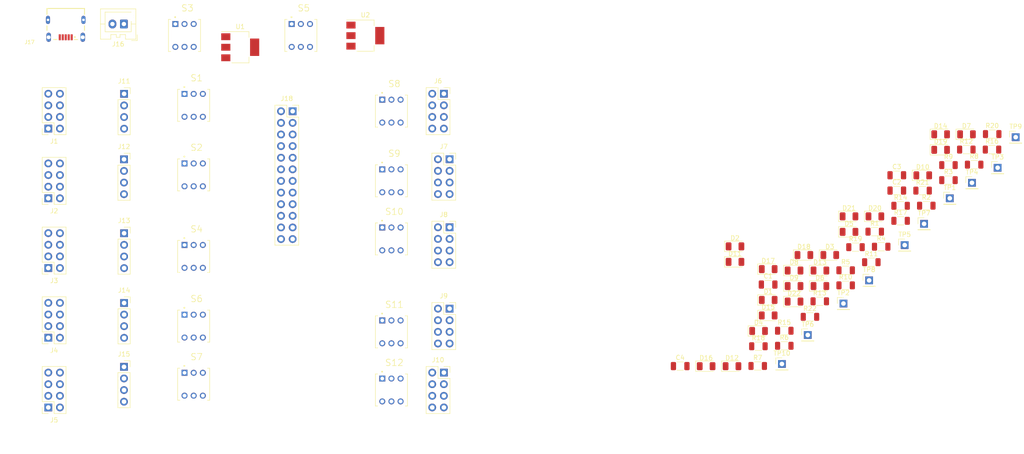
<source format=kicad_pcb>
(kicad_pcb (version 20211014) (generator pcbnew)
  (layers (0 "F.Cu" signal) (31 "B.Cu" signal) (34 "B.Paste" user) (35 "F.Paste" user) (36 "B.SilkS" user "B.Silkscreen") (37 "F.SilkS" user "F.Silkscreen") (38 "B.Mask" user) (39 "F.Mask" user) (44 "Edge.Cuts" user))
  (net 0 "")
  (net 1 "5V")
  (net 2 "GND")
  (net 3 "VCC1")
  (net 4 "Net-(D1-Pad1)")
  (net 5 "Net-(D2-Pad1)")
  (net 6 "Net-(D3-Pad1)")
  (net 7 "Net-(D4-Pad2)")
  (net 8 "Net-(D5-Pad2)")
  (net 9 "Net-(D6-Pad1)")
  (net 10 "Net-(D7-Pad1)")
  (net 11 "Net-(D8-Pad1)")
  (net 12 "Net-(D9-Pad1)")
  (net 13 "Net-(D10-Pad1)")
  (net 14 "Net-(D11-Pad2)")
  (net 15 "Net-(D12-Pad2)")
  (net 16 "Net-(D13-Pad2)")
  (net 17 "Net-(D14-Pad2)")
  (net 18 "Net-(D15-Pad2)")
  (net 19 "Net-(D16-Pad2)")
  (net 20 "Net-(D17-Pad1)")
  (net 21 "Net-(D18-Pad1)")
  (net 22 "Net-(D19-Pad2)")
  (net 23 "Net-(D20-Pad2)")
  (net 24 "Net-(D21-Pad2)")
  (net 25 "Net-(D22-Pad2)")
  (net 26 "TX1")
  (net 27 "SDA1")
  (net 28 "SCL1")
  (net 29 "RX1")
  (net 30 "TX2")
  (net 31 "SDA2")
  (net 32 "SCL2")
  (net 33 "RX2")
  (net 34 "TX3")
  (net 35 "SDA3")
  (net 36 "SCL3")
  (net 37 "RX3")
  (net 38 "TX4")
  (net 39 "SDA4")
  (net 40 "SCL4")
  (net 41 "RX4")
  (net 42 "TX5")
  (net 43 "SDA5")
  (net 44 "SCL5")
  (net 45 "RX5")
  (net 46 "TX6")
  (net 47 "RX6")
  (net 48 "TX7")
  (net 49 "RX7")
  (net 50 "TX8")
  (net 51 "RX8")
  (net 52 "TX9")
  (net 53 "RX9")
  (net 54 "TX10")
  (net 55 "RX10")
  (net 71 "Net-(D1-Pad2)")
  (net 74 "Net-(D2-Pad2)")
  (net 75 "Net-(D3-Pad2)")
  (net 76 "Net-(D6-Pad2)")
  (net 77 "Net-(D7-Pad2)")
  (net 78 "Net-(D8-Pad2)")
  (net 79 "Net-(D9-Pad2)")
  (net 80 "Net-(D10-Pad2)")
  (net 81 "Net-(D17-Pad2)")
  (net 82 "Net-(D18-Pad2)")
  (net 91 "Net-(R11-Pad1)")
  (net 93 "Net-(R12-Pad2)")
  (net 95 "Net-(J7-Pad3)")
  (net 97 "Net-(R14-Pad2)")
  (net 99 "Net-(R15-Pad1)")
  (net 101 "Net-(J8-Pad5)")
  (net 103 "Net-(R19-Pad1)")
  (net 105 "Net-(R20-Pad2)")
  (net 108 "Net-(R22-Pad2)")
  (net 110 "Net-(R21-Pad1)")
  (footprint "LED_SMD:LED_1206_3216Metric" (layer "F.Cu") (at 234.85 88.6)
    (fp_text reference "D18" (at 0 -1.82) (layer "F.SilkS"))
    (fp_text value "ESP_ON")
    (pad "1" smd roundrect (at -1.4 0) (size 1.25 1.75) (layers "F.Cu" "F.Paste" "F.Mask") (roundrect_rratio 0.2) (net 21 "Net-(D18-Pad1)"))
    (pad "2" smd roundrect (at 1.4 0) (size 1.25 1.75) (layers "F.Cu" "F.Paste" "F.Mask") (roundrect_rratio 0.2) (net 82 "Net-(D18-Pad2)"))
  )
  (footprint "Resistor_SMD:R_1206_3216Metric" (layer "F.Cu") (at 266.41 68.94)
    (fp_text reference "R9" (at 0 -1.82) (layer "F.SilkS"))
    (fp_text value "1k")
    (pad "1" smd roundrect (at -1.4625 0) (size 1.125 1.75) (layers "F.Cu" "F.Paste" "F.Mask") (roundrect_rratio 0.222222) (net 2 "GND"))
    (pad "2" smd roundrect (at 1.4625 0) (size 1.125 1.75) (layers "F.Cu" "F.Paste" "F.Mask") (roundrect_rratio 0.222222) (net 12 "Net-(D9-Pad1)"))
  )
  (footprint "Connector_PinSocket_2.54mm:PinSocket_2x04_P2.54mm_Vertical" (layer "F.Cu") (at 157.48 67.66)
    (fp_text reference "J7" (at -1.27 -2.77) (layer "F.SilkS"))
    (fp_text value "ESP-01")
    (pad "1" thru_hole rect (at 0 0) (size 1.7 1.7) (drill 1) (layers *.Cu *.Mask) (net 2 "GND"))
    (pad "2" thru_hole oval (at -2.54 0) (size 1.7 1.7) (drill 1) (layers *.Cu *.Mask) (net 48 "TX7"))
    (pad "3" thru_hole oval (at 0 2.54) (size 1.7 1.7) (drill 1) (layers *.Cu *.Mask) (net 95 "Net-(J7-Pad3)"))
    (pad "4" thru_hole oval (at -2.54 2.54) (size 1.7 1.7) (drill 1) (layers *.Cu *.Mask))
    (pad "5" thru_hole oval (at 0 5.08) (size 1.7 1.7) (drill 1) (layers *.Cu *.Mask) (net 97 "Net-(R14-Pad2)"))
    (pad "6" thru_hole oval (at -2.54 5.08) (size 1.7 1.7) (drill 1) (layers *.Cu *.Mask))
    (pad "7" thru_hole oval (at 0 7.62) (size 1.7 1.7) (drill 1) (layers *.Cu *.Mask) (net 49 "RX7"))
    (pad "8" thru_hole oval (at -2.54 7.62) (size 1.7 1.7) (drill 1) (layers *.Cu *.Mask) (net 79 "Net-(D9-Pad2)"))
  )
  (footprint "Connector_PinHeader_2.54mm:PinHeader_1x01_P2.54mm_Vertical" (layer "F.Cu") (at 235.69 106.08)
    (fp_text reference "TP6" (at 0 -2.33) (layer "F.SilkS"))
    (fp_text value " ")
    (pad "1" thru_hole rect (at 0 0) (size 1.7 1.7) (drill 1) (layers *.Cu *.Mask) (net 19 "Net-(D16-Pad2)"))
  )
  (footprint "PJ:SW_TL2230EEF100" (layer "F.Cu") (at 144.78 72.38)
    (fp_text reference "S9" (at 0.635 -5.969) (layer "F.SilkS") (effects (font (size 1.4 1.4))))
    (fp_text value " ")
    (pad "1" thru_hole rect (at -2 -2.5) (size 1.308 1.308) (drill 0.8) (layers *.Cu *.Mask))
    (pad "2" thru_hole circle (at 0 -2.5) (size 1.308 1.308) (drill 0.8) (layers *.Cu *.Mask) (net 3 "VCC1"))
    (pad "3" thru_hole circle (at 2 -2.5) (size 1.308 1.308) (drill 0.8) (layers *.Cu *.Mask) (net 79 "Net-(D9-Pad2)"))
    (pad "4" thru_hole circle (at -2 2.5) (size 1.308 1.308) (drill 0.8) (layers *.Cu *.Mask))
    (pad "5" thru_hole circle (at 0 2.5) (size 1.308 1.308) (drill 0.8) (layers *.Cu *.Mask))
    (pad "6" thru_hole circle (at 2 2.5) (size 1.308 1.308) (drill 0.8) (layers *.Cu *.Mask))
  )
  (footprint "LED_SMD:LED_1206_3216Metric" (layer "F.Cu") (at 270.35 62.21)
    (fp_text reference "D7" (at 0 -1.82) (layer "F.SilkS"))
    (fp_text value "ESP_ON")
    (pad "1" smd roundrect (at -1.4 0) (size 1.25 1.75) (layers "F.Cu" "F.Paste" "F.Mask") (roundrect_rratio 0.2) (net 10 "Net-(D7-Pad1)"))
    (pad "2" smd roundrect (at 1.4 0) (size 1.25 1.75) (layers "F.Cu" "F.Paste" "F.Mask") (roundrect_rratio 0.2) (net 77 "Net-(D7-Pad2)"))
  )
  (footprint "LED_SMD:LED_1206_3216Metric" (layer "F.Cu") (at 232.7 95.38)
    (fp_text reference "D9" (at 0 -1.82) (layer "F.SilkS"))
    (fp_text value "ESP_ON")
    (pad "1" smd roundrect (at -1.4 0) (size 1.25 1.75) (layers "F.Cu" "F.Paste" "F.Mask") (roundrect_rratio 0.2) (net 12 "Net-(D9-Pad1)"))
    (pad "2" smd roundrect (at 1.4 0) (size 1.25 1.75) (layers "F.Cu" "F.Paste" "F.Mask") (roundrect_rratio 0.2) (net 79 "Net-(D9-Pad2)"))
  )
  (footprint "Connector_PinHeader_2.54mm:PinHeader_1x01_P2.54mm_Vertical" (layer "F.Cu") (at 277.15 69.52)
    (fp_text reference "TP3" (at 0 -2.33) (layer "F.SilkS"))
    (fp_text value " ")
    (pad "1" thru_hole rect (at 0 0) (size 1.7 1.7) (drill 1) (layers *.Cu *.Mask) (net 16 "Net-(D13-Pad2)"))
  )
  (footprint "Resistor_SMD:R_1206_3216Metric" (layer "F.Cu") (at 275.96 62.16)
    (fp_text reference "R20" (at 0 -1.82) (layer "F.SilkS"))
    (fp_text value "1k")
    (pad "1" smd roundrect (at -1.4625 0) (size 1.125 1.75) (layers "F.Cu" "F.Paste" "F.Mask") (roundrect_rratio 0.222222) (net 23 "Net-(D20-Pad2)"))
    (pad "2" smd roundrect (at 1.4625 0) (size 1.125 1.75) (layers "F.Cu" "F.Paste" "F.Mask") (roundrect_rratio 0.222222) (net 105 "Net-(R20-Pad2)"))
  )
  (footprint "Connector_PinSocket_2.54mm:PinSocket_1x04_P2.54mm_Vertical" (layer "F.Cu") (at 86.41 53.36)
    (fp_text reference "J11" (at 0 -2.77) (layer "F.SilkS"))
    (fp_text value "SHT21")
    (pad "1" thru_hole rect (at 0 0) (size 1.7 1.7) (drill 1) (layers *.Cu *.Mask) (net 71 "Net-(D1-Pad2)"))
    (pad "2" thru_hole oval (at 0 2.54) (size 1.7 1.7) (drill 1) (layers *.Cu *.Mask) (net 2 "GND"))
    (pad "3" thru_hole oval (at 0 5.08) (size 1.7 1.7) (drill 1) (layers *.Cu *.Mask) (net 28 "SCL1"))
    (pad "4" thru_hole oval (at 0 7.62) (size 1.7 1.7) (drill 1) (layers *.Cu *.Mask) (net 27 "SDA1"))
  )
  (footprint "Connector_PinSocket_2.54mm:PinSocket_1x04_P2.54mm_Vertical" (layer "F.Cu") (at 86.385 67.68)
    (fp_text reference "J12" (at 0 -2.77) (layer "F.SilkS"))
    (fp_text value "SHT21")
    (pad "1" thru_hole rect (at 0 0) (size 1.7 1.7) (drill 1) (layers *.Cu *.Mask) (net 74 "Net-(D2-Pad2)"))
    (pad "2" thru_hole oval (at 0 2.54) (size 1.7 1.7) (drill 1) (layers *.Cu *.Mask) (net 2 "GND"))
    (pad "3" thru_hole oval (at 0 5.08) (size 1.7 1.7) (drill 1) (layers *.Cu *.Mask) (net 32 "SCL2"))
    (pad "4" thru_hole oval (at 0 7.62) (size 1.7 1.7) (drill 1) (layers *.Cu *.Mask) (net 31 "SDA2"))
  )
  (footprint "LED_SMD:LED_1206_3216Metric" (layer "F.Cu") (at 232.7 91.99)
    (fp_text reference "D8" (at 0 -1.82) (layer "F.SilkS"))
    (fp_text value "ESP_ON")
    (pad "1" smd roundrect (at -1.4 0) (size 1.25 1.75) (layers "F.Cu" "F.Paste" "F.Mask") (roundrect_rratio 0.2) (net 11 "Net-(D8-Pad1)"))
    (pad "2" smd roundrect (at 1.4 0) (size 1.25 1.75) (layers "F.Cu" "F.Paste" "F.Mask") (roundrect_rratio 0.2) (net 78 "Net-(D8-Pad2)"))
  )
  (footprint "Resistor_SMD:R_1206_3216Metric" (layer "F.Cu") (at 238.31 98.72)
    (fp_text reference "R13" (at 0 -1.82) (layer "F.SilkS"))
    (fp_text value "1k")
    (pad "1" smd roundrect (at -1.4625 0) (size 1.125 1.75) (layers "F.Cu" "F.Paste" "F.Mask") (roundrect_rratio 0.222222) (net 95 "Net-(J7-Pad3)"))
    (pad "2" smd roundrect (at 1.4625 0) (size 1.125 1.75) (layers "F.Cu" "F.Paste" "F.Mask") (roundrect_rratio 0.222222) (net 16 "Net-(D13-Pad2)"))
  )
  (footprint "Connector_PinSocket_2.54mm:PinSocket_2x12_P2.54mm_Vertical" (layer "F.Cu") (at 123.21 57.17)
    (fp_text reference "J18" (at -1.27 -2.77) (layer "F.SilkS"))
    (fp_text value "UART")
    (pad "1" thru_hole rect (at 0 0) (size 1.7 1.7) (drill 1) (layers *.Cu *.Mask) (net 2 "GND"))
    (pad "2" thru_hole oval (at -2.54 0) (size 1.7 1.7) (drill 1) (layers *.Cu *.Mask) (net 2 "GND"))
    (pad "3" thru_hole oval (at 0 2.54) (size 1.7 1.7) (drill 1) (layers *.Cu *.Mask) (net 29 "RX1"))
    (pad "4" thru_hole oval (at -2.54 2.54) (size 1.7 1.7) (drill 1) (layers *.Cu *.Mask) (net 26 "TX1"))
    (pad "5" thru_hole oval (at 0 5.08) (size 1.7 1.7) (drill 1) (layers *.Cu *.Mask) (net 33 "RX2"))
    (pad "6" thru_hole oval (at -2.54 5.08) (size 1.7 1.7) (drill 1) (layers *.Cu *.Mask) (net 30 "TX2"))
    (pad "7" thru_hole oval (at 0 7.62) (size 1.7 1.7) (drill 1) (layers *.Cu *.Mask) (net 37 "RX3"))
    (pad "8" thru_hole oval (at -2.54 7.62) (size 1.7 1.7) (drill 1) (layers *.Cu *.Mask) (net 34 "TX3"))
    (pad "9" thru_hole oval (at 0 10.16) (size 1.7 1.7) (drill 1) (layers *.Cu *.Mask) (net 41 "RX4"))
    (pad "10" thru_hole oval (at -2.54 10.16) (size 1.7 1.7) (drill 1) (layers *.Cu *.Mask) (net 38 "TX4"))
    (pad "11" thru_hole oval (at 0 12.7) (size 1.7 1.7) (drill 1) (layers *.Cu *.Mask) (net 45 "RX5"))
    (pad "12" thru_hole oval (at -2.54 12.7) (size 1.7 1.7) (drill 1) (layers *.Cu *.Mask) (net 42 "TX5"))
    (pad "13" thru_hole oval (at 0 15.24) (size 1.7 1.7) (drill 1) (layers *.Cu *.Mask) (net 47 "RX6"))
    (pad "14" thru_hole oval (at -2.54 15.24) (size 1.7 1.7) (drill 1) (layers *.Cu *.Mask) (net 46 "TX6"))
    (pad "15" thru_hole oval (at 0 17.78) (size 1.7 1.7) (drill 1) (layers *.Cu *.Mask) (net 49 "RX7"))
    (pad "16" thru_hole oval (at -2.54 17.78) (size 1.7 1.7) (drill 1) (layers *.Cu *.Mask) (net 48 "TX7"))
    (pad "17" thru_hole oval (at 0 20.32) (size 1.7 1.7) (drill 1) (layers *.Cu *.Mask) (net 51 "RX8"))
    (pad "18" thru_hole oval (at -2.54 20.32) (size 1.7 1.7) (drill 1) (layers *.Cu *.Mask) (net 50 "TX8"))
    (pad "19" thru_hole oval (at 0 22.86) (size 1.7 1.7) (drill 1) (layers *.Cu *.Mask) (net 53 "RX9"))
    (pad "20" thru_hole oval (at -2.54 22.86) (size 1.7 1.7) (drill 1) (layers *.Cu *.Mask) (net 52 "TX9"))
    (pad "21" thru_hole oval (at 0 25.4) (size 1.7 1.7) (drill 1) (layers *.Cu *.Mask) (net 55 "RX10"))
    (pad "22" thru_hole oval (at -2.54 25.4) (size 1.7 1.7) (drill 1) (layers *.Cu *.Mask) (net 54 "TX10"))
    (pad "23" thru_hole oval (at 0 27.94) (size 1.7 1.7) (drill 1) (layers *.Cu *.Mask) (net 2 "GND"))
    (pad "24" thru_hole oval (at -2.54 27.94) (size 1.7 1.7) (drill 1) (layers *.Cu *.Mask) (net 2 "GND"))
  )
  (footprint "Resistor_SMD:R_1206_3216Metric" (layer "F.Cu") (at 272.02 68.84)
    (fp_text reference "R8" (at 0 -1.82) (layer "F.SilkS"))
    (fp_text value "1k")
    (pad "1" smd roundrect (at -1.4625 0) (size 1.125 1.75) (layers "F.Cu" "F.Paste" "F.Mask") (roundrect_rratio 0.222222) (net 2 "GND"))
    (pad "2" smd roundrect (at 1.4625 0) (size 1.125 1.75) (layers "F.Cu" "F.Paste" "F.Mask") (roundrect_rratio 0.222222) (net 11 "Net-(D8-Pad1)"))
  )
  (footprint "PJ:SW_TL2230EEF100" (layer "F.Cu") (at 101.6 88.9)
    (fp_text reference "S4" (at 0.635 -5.969) (layer "F.SilkS") (effects (font (size 1.4 1.4))))
    (fp_text value " ")
    (pad "1" thru_hole rect (at -2 -2.5) (size 1.308 1.308) (drill 0.8) (layers *.Cu *.Mask))
    (pad "2" thru_hole circle (at 0 -2.5) (size 1.308 1.308) (drill 0.8) (layers *.Cu *.Mask) (net 3 "VCC1"))
    (pad "3" thru_hole circle (at 2 -2.5) (size 1.308 1.308) (drill 0.8) (layers *.Cu *.Mask) (net 75 "Net-(D3-Pad2)"))
    (pad "4" thru_hole circle (at -2 2.5) (size 1.308 1.308) (drill 0.8) (layers *.Cu *.Mask))
    (pad "5" thru_hole circle (at 0 2.5) (size 1.308 1.308) (drill 0.8) (layers *.Cu *.Mask))
    (pad "6" thru_hole circle (at 2 2.5) (size 1.308 1.308) (drill 0.8) (layers *.Cu *.Mask))
  )
  (footprint "Resistor_SMD:R_1206_3216Metric" (layer "F.Cu") (at 230.56 105.15)
    (fp_text reference "R15" (at 0 -1.82) (layer "F.SilkS"))
    (fp_text value "1k")
    (pad "1" smd roundrect (at -1.4625 0) (size 1.125 1.75) (layers "F.Cu" "F.Paste" "F.Mask") (roundrect_rratio 0.222222) (net 99 "Net-(R15-Pad1)"))
    (pad "2" smd roundrect (at 1.4625 0) (size 1.125 1.75) (layers "F.Cu" "F.Paste" "F.Mask") (roundrect_rratio 0.222222) (net 18 "Net-(D15-Pad2)"))
  )
  (footprint "Connector_PinSocket_2.54mm:PinSocket_1x04_P2.54mm_Vertical" (layer "F.Cu") (at 86.41 83.84)
    (fp_text reference "J13" (at 0 -2.77) (layer "F.SilkS"))
    (fp_text value "SHT21")
    (pad "1" thru_hole rect (at 0 0) (size 1.7 1.7) (drill 1) (layers *.Cu *.Mask) (net 75 "Net-(D3-Pad2)"))
    (pad "2" thru_hole oval (at 0 2.54) (size 1.7 1.7) (drill 1) (layers *.Cu *.Mask) (net 2 "GND"))
    (pad "3" thru_hole oval (at 0 5.08) (size 1.7 1.7) (drill 1) (layers *.Cu *.Mask) (net 36 "SCL3"))
    (pad "4" thru_hole oval (at 0 7.62) (size 1.7 1.7) (drill 1) (layers *.Cu *.Mask) (net 35 "SDA3"))
  )
  (footprint "Connector_PinHeader_2.54mm:PinHeader_1x01_P2.54mm_Vertical" (layer "F.Cu") (at 266.7 76.2)
    (fp_text reference "TP1" (at 0 -2.33) (layer "F.SilkS"))
    (fp_text value " ")
    (pad "1" thru_hole rect (at 0 0) (size 1.7 1.7) (drill 1) (layers *.Cu *.Mask) (net 14 "Net-(D11-Pad2)"))
  )
  (footprint "LED_SMD:LED_1206_3216Metric" (layer "F.Cu") (at 260.8 71.18)
    (fp_text reference "D10" (at 0 -1.82) (layer "F.SilkS"))
    (fp_text value "ESP_ON")
    (pad "1" smd roundrect (at -1.4 0) (size 1.25 1.75) (layers "F.Cu" "F.Paste" "F.Mask") (roundrect_rratio 0.2) (net 13 "Net-(D10-Pad1)"))
    (pad "2" smd roundrect (at 1.4 0) (size 1.25 1.75) (layers "F.Cu" "F.Paste" "F.Mask") (roundrect_rratio 0.2) (net 80 "Net-(D10-Pad2)"))
  )
  (footprint "Resistor_SMD:R_1206_3216Metric" (layer "F.Cu") (at 261.57 77.81)
    (fp_text reference "R2" (at 0 -1.82) (layer "F.SilkS"))
    (fp_text value "1k")
    (pad "1" smd roundrect (at -1.4625 0) (size 1.125 1.75) (layers "F.Cu" "F.Paste" "F.Mask") (roundrect_rratio 0.222222) (net 2 "GND"))
    (pad "2" smd roundrect (at 1.4625 0) (size 1.125 1.75) (layers "F.Cu" "F.Paste" "F.Mask") (roundrect_rratio 0.222222) (net 5 "Net-(D2-Pad1)"))
  )
  (footprint "Connector_PinHeader_2.54mm:PinHeader_1x01_P2.54mm_Vertical" (layer "F.Cu") (at 256.85 86.43)
    (fp_text reference "TP5" (at 0 -2.33) (layer "F.SilkS"))
    (fp_text value " ")
    (pad "1" thru_hole rect (at 0 0) (size 1.7 1.7) (drill 1) (layers *.Cu *.Mask) (net 18 "Net-(D15-Pad2)"))
  )
  (footprint "LED_SMD:LED_1206_3216Metric" (layer "F.Cu") (at 224.95 105.2)
    (fp_text reference "D4" (at 0 -1.82) (layer "F.SilkS"))
    (fp_text value "SENSOR_ON")
    (pad "1" smd roundrect (at -1.4 0) (size 1.25 1.75) (layers "F.Cu" "F.Paste" "F.Mask") (roundrect_rratio 0.2) (net 2 "GND"))
    (pad "2" smd roundrect (at 1.4 0) (size 1.25 1.75) (layers "F.Cu" "F.Paste" "F.Mask") (roundrect_rratio 0.2) (net 7 "Net-(D4-Pad2)"))
  )
  (footprint "Connector_PinSocket_2.54mm:PinSocket_2x04_P2.54mm_Vertical" (layer "F.Cu") (at 157.48 100.32)
    (fp_text reference "J9" (at -1.27 -2.77) (layer "F.SilkS"))
    (fp_text value "ESP-01")
    (pad "1" thru_hole rect (at 0 0) (size 1.7 1.7) (drill 1) (layers *.Cu *.Mask) (net 2 "GND"))
    (pad "2" thru_hole oval (at -2.54 0) (size 1.7 1.7) (drill 1) (layers *.Cu *.Mask) (net 52 "TX9"))
    (pad "3" thru_hole oval (at 0 2.54) (size 1.7 1.7) (drill 1) (layers *.Cu *.Mask) (net 103 "Net-(R19-Pad1)"))
    (pad "4" thru_hole oval (at -2.54 2.54) (size 1.7 1.7) (drill 1) (layers *.Cu *.Mask))
    (pad "5" thru_hole oval (at 0 5.08) (size 1.7 1.7) (drill 1) (layers *.Cu *.Mask) (net 105 "Net-(R20-Pad2)"))
    (pad "6" thru_hole oval (at -2.54 5.08) (size 1.7 1.7) (drill 1) (layers *.Cu *.Mask))
    (pad "7" thru_hole oval (at 0 7.62) (size 1.7 1.7) (drill 1) (layers *.Cu *.Mask) (net 53 "RX9"))
    (pad "8" thru_hole oval (at -2.54 7.62) (size 1.7 1.7) (drill 1) (layers *.Cu *.Mask) (net 81 "Net-(D17-Pad2)"))
  )
  (footprint "Connector_PinSocket_2.54mm:PinSocket_2x04_P2.54mm_Vertical" (layer "F.Cu") (at 69.855 60.96 180)
    (fp_text reference "J1" (at -1.27 -2.77) (layer "F.SilkS"))
    (fp_text value "ESP-01")
    (pad "1" thru_hole rect (at 0 0 180) (size 1.7 1.7) (drill 1) (layers *.Cu *.Mask) (net 2 "GND"))
    (pad "2" thru_hole oval (at -2.54 0 180) (size 1.7 1.7) (drill 1) (layers *.Cu *.Mask) (net 26 "TX1"))
    (pad "3" thru_hole oval (at 0 2.54 180) (size 1.7 1.7) (drill 1) (layers *.Cu *.Mask) (net 27 "SDA1"))
    (pad "4" thru_hole oval (at -2.54 2.54 180) (size 1.7 1.7) (drill 1) (layers *.Cu *.Mask))
    (pad "5" thru_hole oval (at 0 5.08 180) (size 1.7 1.7) (drill 1) (layers *.Cu *.Mask) (net 28 "SCL1"))
    (pad "6" thru_hole oval (at -2.54 5.08 180) (size 1.7 1.7) (drill 1) (layers *.Cu *.Mask))
    (pad "7" thru_hole oval (at 0 7.62 180) (size 1.7 1.7) (drill 1) (layers *.Cu *.Mask) (net 29 "RX1"))
    (pad "8" thru_hole oval (at -2.54 7.62 180) (size 1.7 1.7) (drill 1) (layers *.Cu *.Mask) (net 71 "Net-(D1-Pad2)"))
  )
  (footprint "Connector_JST:JST_XA_B02B-XASK-1-A_1x02_P2.50mm_Vertical" (layer "F.Cu") (at 86.36 38.1 180)
    (fp_text reference "J16" (at 1.25 -4.4) (layer "F.SilkS"))
    (fp_text value "PWR_IN")
    (pad "" np_thru_hole circle (at -1.6 1.6 180) (size 1.25 1.25) (drill 1.25) (layers *.Cu *.Mask))
    (pad "1" thru_hole roundrect (at 0 0 180) (size 1.7 1.95) (drill 0.95) (layers *.Cu *.Mask) (roundrect_rratio 0.147059) (net 1 "5V"))
    (pad "2" thru_hole oval (at 2.5 0 180) (size 1.7 1.95) (drill 0.95) (layers *.Cu *.Mask) (net 2 "GND"))
  )
  (footprint "Resistor_SMD:R_1206_3216Metric" (layer "F.Cu") (at 236.17 102.11)
    (fp_text reference "R22" (at 0 -1.82) (layer "F.SilkS"))
    (fp_text value "1k")
    (pad "1" smd roundrect (at -1.4625 0) (size 1.125 1.75) (layers "F.Cu" "F.Paste" "F.Mask") (roundrect_rratio 0.222222) (net 25 "Net-(D22-Pad2)"))
    (pad "2" smd roundrect (at 1.4625 0) (size 1.125 1.75) (layers "F.Cu" "F.Paste" "F.Mask") (roundrect_rratio 0.222222) (net 108 "Net-(R22-Pad2)"))
  )
  (footprint "Connector_PinSocket_2.54mm:PinSocket_2x04_P2.54mm_Vertical" (layer "F.Cu") (at 69.855 91.44 180)
    (fp_text reference "J3" (at -1.27 -2.77) (layer "F.SilkS"))
    (fp_text value "ESP-01")
    (pad "1" thru_hole rect (at 0 0 180) (size 1.7 1.7) (drill 1) (layers *.Cu *.Mask) (net 2 "GND"))
    (pad "2" thru_hole oval (at -2.54 0 180) (size 1.7 1.7) (drill 1) (layers *.Cu *.Mask) (net 34 "TX3"))
    (pad "3" thru_hole oval (at 0 2.54 180) (size 1.7 1.7) (drill 1) (layers *.Cu *.Mask) (net 35 "SDA3"))
    (pad "4" thru_hole oval (at -2.54 2.54 180) (size 1.7 1.7) (drill 1) (layers *.Cu *.Mask))
    (pad "5" thru_hole oval (at 0 5.08 180) (size 1.7 1.7) (drill 1) (layers *.Cu *.Mask) (net 36 "SCL3"))
    (pad "6" thru_hole oval (at -2.54 5.08 180) (size 1.7 1.7) (drill 1) (layers *.Cu *.Mask))
    (pad "7" thru_hole oval (at 0 7.62 180) (size 1.7 1.7) (drill 1) (layers *.Cu *.Mask) (net 37 "RX3"))
    (pad "8" thru_hole oval (at -2.54 7.62 180) (size 1.7 1.7) (drill 1) (layers *.Cu *.Mask) (net 75 "Net-(D3-Pad2)"))
  )
  (footprint "Resistor_SMD:R_1206_3216Metric" (layer "F.Cu") (at 243.96 95.23)
    (fp_text reference "R10" (at 0 -1.82) (layer "F.SilkS"))
    (fp_text value "1k")
    (pad "1" smd roundrect (at -1.4625 0) (size 1.125 1.75) (layers "F.Cu" "F.Paste" "F.Mask") (roundrect_rratio 0.222222) (net 2 "GND"))
    (pad "2" smd roundrect (at 1.4625 0) (size 1.125 1.75) (layers "F.Cu" "F.Paste" "F.Mask") (roundrect_rratio 0.222222) (net 13 "Net-(D10-Pad1)"))
  )
  (footprint "PJ:SW_TL2230EEF100" (layer "F.Cu") (at 101.6 71.08)
    (fp_text reference "S2" (at 0.635 -5.969) (layer "F.SilkS") (effects (font (size 1.4 1.4))))
    (fp_text value " ")
    (pad "1" thru_hole rect (at -2 -2.5) (size 1.308 1.308) (drill 0.8) (layers *.Cu *.Mask))
    (pad "2" thru_hole circle (at 0 -2.5) (size 1.308 1.308) (drill 0.8) (layers *.Cu *.Mask) (net 3 "VCC1"))
    (pad "3" thru_hole circle (at 2 -2.5) (size 1.308 1.308) (drill 0.8) (layers *.Cu *.Mask) (net 74 "Net-(D2-Pad2)"))
    (pad "4" thru_hole circle (at -2 2.5) (size 1.308 1.308) (drill 0.8) (layers *.Cu *.Mask))
    (pad "5" thru_hole circle (at 0 2.5) (size 1.308 1.308) (drill 0.8) (layers *.Cu *.Mask))
    (pad "6" thru_hole circle (at 2 2.5) (size 1.308 1.308) (drill 0.8) (layers *.Cu *.Mask))
  )
  (footprint "Resistor_SMD:R_1206_3216Metric" (layer "F.Cu") (at 230.56 108.44)
    (fp_text reference "R6" (at 0 -1.82) (layer "F.SilkS"))
    (fp_text value "1k")
    (pad "1" smd roundrect (at -1.4625 0) (size 1.125 1.75) (layers "F.Cu" "F.Paste" "F.Mask") (roundrect_rratio 0.222222) (net 2 "GND"))
    (pad "2" smd roundrect (at 1.4625 0) (size 1.125 1.75) (layers "F.Cu" "F.Paste" "F.Mask") (roundrect_rratio 0.222222) (net 9 "Net-(D6-Pad1)"))
  )
  (footprint "PJ:SW_TL2230EEF100" (layer "F.Cu") (at 144.78 85.08)
    (fp_text reference "S10" (at 0.635 -5.969) (layer "F.SilkS") (effects (font (size 1.4 1.4))))
    (fp_text value " ")
    (pad "1" thru_hole rect (at -2 -2.5) (size 1.308 1.308) (drill 0.8) (layers *.Cu *.Mask))
    (pad "2" thru_hole circle (at 0 -2.5) (size 1.308 1.308) (drill 0.8) (layers *.Cu *.Mask) (net 3 "VCC1"))
    (pad "3" thru_hole circle (at 2 -2.5) (size 1.308 1.308) (drill 0.8) (layers *.Cu *.Mask) (net 80 "Net-(D10-Pad2)"))
    (pad "4" thru_hole circle (at -2 2.5) (size 1.308 1.308) (drill 0.8) (layers *.Cu *.Mask))
    (pad "5" thru_hole circle (at 0 2.5) (size 1.308 1.308) (drill 0.8) (layers *.Cu *.Mask))
    (pad "6" thru_hole circle (at 2 2.5) (size 1.308 1.308) (drill 0.8) (layers *.Cu *.Mask))
  )
  (footprint "Connector_PinSocket_2.54mm:PinSocket_2x04_P2.54mm_Vertical" (layer "F.Cu") (at 157.48 82.54)
    (fp_text reference "J8" (at -1.27 -2.77) (layer "F.SilkS"))
    (fp_text value "ESP-01")
    (pad "1" thru_hole rect (at 0 0) (size 1.7 1.7) (drill 1) (layers *.Cu *.Mask) (net 2 "GND"))
    (pad "2" thru_hole oval (at -2.54 0) (size 1.7 1.7) (drill 1) (layers *.Cu *.Mask) (net 50 "TX8"))
    (pad "3" thru_hole oval (at 0 2.54) (size 1.7 1.7) (drill 1) (layers *.Cu *.Mask) (net 99 "Net-(R15-Pad1)"))
    (pad "4" thru_hole oval (at -2.54 2.54) (size 1.7 1.7) (drill 1) (layers *.Cu *.Mask))
    (pad "5" thru_hole oval (at 0 5.08) (size 1.7 1.7) (drill 1) (layers *.Cu *.Mask) (net 101 "Net-(J8-Pad5)"))
    (pad "6" thru_hole oval (at -2.54 5.08) (size 1.7 1.7) (drill 1) (layers *.Cu *.Mask))
    (pad "7" thru_hole oval (at 0 7.62) (size 1.7 1.7) (drill 1) (layers *.Cu *.Mask) (net 51 "RX8"))
    (pad "8" thru_hole oval (at -2.54 7.62) (size 1.7 1.7) (drill 1) (layers *.Cu *.Mask) (net 80 "Net-(D10-Pad2)"))
  )
  (footprint "PJ:SW_TL2230EEF100" (layer "F.Cu") (at 99.6 40.6)
    (fp_text reference "S3" (at 0.635 -5.969) (layer "F.SilkS") (effects (font (size 1.4 1.4))))
    (fp_text value "TL2230EEF100")
    (pad "1" thru_hole rect (at -2 -2.5) (size 1.308 1.308) (drill 0.8) (layers *.Cu *.Mask))
    (pad "2" thru_hole circle (at 0 -2.5) (size 1.308 1.308) (drill 0.8) (layers *.Cu *.Mask) (net 1 "5V"))
    (pad "3" thru_hole circle (at 2 -2.5) (size 1.308 1.308) (drill 0.8) (layers *.Cu *.Mask) (net 1 "5V"))
    (pad "4" thru_hole circle (at -2 2.5) (size 1.308 1.308) (drill 0.8) (layers *.Cu *.Mask))
    (pad "5" thru_hole circle (at 0 2.5) (size 1.308 1.308) (drill 0.8) (layers *.Cu *.Mask))
    (pad "6" thru_hole circle (at 2 2.5) (size 1.308 1.308) (drill 0.8) (layers *.Cu *.Mask))
  )
  (footprint "Resistor_SMD:R_1206_3216Metric" (layer "F.Cu") (at 270.31 65.55)
    (fp_text reference "R12" (at 0 -1.82) (layer "F.SilkS"))
    (fp_text value "1k")
    (pad "1" smd roundrect (at -1.4625 0) (size 1.125 1.75) (layers "F.Cu" "F.Paste" "F.Mask") (roundrect_rratio 0.222222) (net 15 "Net-(D12-Pad2)"))
    (pad "2" smd roundrect (at 1.4625 0) (size 1.125 1.75) (layers "F.Cu" "F.Paste" "F.Mask") (roundrect_rratio 0.222222) (net 93 "Net-(R12-Pad2)"))
  )
  (footprint "PJ:SW_TL2230EEF100" (layer "F.Cu") (at 125 40.6)
    (fp_text reference "S5" (at 0.635 -5.969) (layer "F.SilkS") (effects (font (size 1.4 1.4))))
    (fp_text value "TL2230EEF100")
    (pad "1" thru_hole rect (at -2 -2.5) (size 1.308 1.308) (drill 0.8) (layers *.Cu *.Mask))
    (pad "2" thru_hole circle (at 0 -2.5) (size 1.308 1.308) (drill 0.8) (layers *.Cu *.Mask) (net 1 "5V"))
    (pad "3" thru_hole circle (at 2 -2.5) (size 1.308 1.308) (drill 0.8) (layers *.Cu *.Mask) (net 1 "5V"))
    (pad "4" thru_hole circle (at -2 2.5) (size 1.308 1.308) (drill 0.8) (layers *.Cu *.Mask))
    (pad "5" thru_hole circle (at 0 2.5) (size 1.308 1.308) (drill 0.8) (layers *.Cu *.Mask))
    (pad "6" thru_hole circle (at 2 2.5) (size 1.308 1.308) (drill 0.8) (layers *.Cu *.Mask))
  )
  (footprint "Package_TO_SOT_SMD:SOT-223-3_TabPin2" (layer "F.Cu") (at 139.09 40.64)
    (fp_text reference "U2" (at 0 -4.5) (layer "F.SilkS"))
    (fp_text value "AMS1117-3.3")
    (pad "1" smd rect (at -3.15 -2.3) (size 2 1.5) (layers "F.Cu" "F.Paste" "F.Mask") (net 2 "GND"))
    (pad "2" smd rect (at -3.15 0) (size 2 1.5) (layers "F.Cu" "F.Paste" "F.Mask") (net 3 "VCC1"))
    (pad "2" smd rect (at 3.15 0) (size 2 3.8) (layers "F.Cu" "F.Paste" "F.Mask") (net 3 "VCC1"))
    (pad "3" smd rect (at -3.15 2.3) (size 2 1.5) (layers "F.Cu" "F.Paste" "F.Mask") (net 1 "5V"))
  )
  (footprint "LED_SMD:LED_1206_3216Metric" (layer "F.Cu") (at 219.8 90.1)
    (fp_text reference "D11" (at 0 -1.82) (layer "F.SilkS"))
    (fp_text value "LED1")
    (pad "1" smd roundrect (at -1.4 0) (size 1.25 1.75) (layers "F.Cu" "F.Paste" "F.Mask") (roundrect_rratio 0.2) (net 2 "GND"))
    (pad "2" smd roundrect (at 1.4 0) (size 1.25 1.75) (layers "F.Cu" "F.Paste" "F.Mask") (roundrect_rratio 0.2) (net 14 "Net-(D11-Pad2)"))
  )
  (footprint "Connector_PinHeader_2.54mm:PinHeader_1x01_P2.54mm_Vertical" (layer "F.Cu") (at 261.09 81.78)
    (fp_text reference "TP7" (at 0 -2.33) (layer "F.SilkS"))
    (fp_text value " ")
    (pad "1" thru_hole rect (at 0 0) (size 1.7 1.7) (drill 1) (layers *.Cu *.Mask) (net 22 "Net-(D19-Pad2)"))
  )
  (footprint "PJ:SW_TL2230EEF100" (layer "F.Cu") (at 144.78 118.1)
    (fp_text reference "S12" (at 0.635 -5.969) (layer "F.SilkS") (effects (font (size 1.4 1.4))))
    (fp_text value " ")
    (pad "1" thru_hole rect (at -2 -2.5) (size 1.308 1.308) (drill 0.8) (layers *.Cu *.Mask))
    (pad "2" thru_hole circle (at 0 -2.5) (size 1.308 1.308) (drill 0.8) (layers *.Cu *.Mask) (net 3 "VCC1"))
    (pad "3" thru_hole circle (at 2 -2.5) (size 1.308 1.308) (drill 0.8) (layers *.Cu *.Mask) (net 82 "Net-(D18-Pad2)"))
    (pad "4" thru_hole circle (at -2 2.5) (size 1.308 1.308) (drill 0.8) (layers *.Cu *.Mask))
    (pad "5" thru_hole circle (at 0 2.5) (size 1.308 1.308) (drill 0.8) (layers *.Cu *.Mask))
    (pad "6" thru_hole circle (at 2 2.5) (size 1.308 1.308) (drill 0.8) (layers *.Cu *.Mask))
  )
  (footprint "Connector_PinHeader_2.54mm:PinHeader_1x01_P2.54mm_Vertical" (layer "F.Cu") (at 243.48 99.2)
    (fp_text reference "TP2" (at 0 -2.33) (layer "F.SilkS"))
    (fp_text value " ")
    (pad "1" thru_hole rect (at 0 0) (size 1.7 1.7) (drill 1) (layers *.Cu *.Mask) (net 15 "Net-(D12-Pad2)"))
  )
  (footprint "Connector_PinSocket_2.54mm:PinSocket_2x04_P2.54mm_Vertical" (layer "F.Cu") (at 69.855 121.92 180)
    (fp_text reference "J5" (at -1.27 -2.77) (layer "F.SilkS"))
    (fp_text value "ESP-01")
    (pad "1" thru_hole rect (at 0 0 180) (size 1.7 1.7) (drill 1) (layers *.Cu *.Mask) (net 2 "GND"))
    (pad "2" thru_hole oval (at -2.54 0 180) (size 1.7 1.7) (drill 1) (layers *.Cu *.Mask) (net 42 "TX5"))
    (pad "3" thru_hole oval (at 0 2.54 180) (size 1.7 1.7) (drill 1) (layers *.Cu *.Mask) (net 43 "SDA5"))
    (pad "4" thru_hole oval (at -2.54 2.54 180) (size 1.7 1.7) (drill 1) (layers *.Cu *.Mask))
    (pad "5" thru_hole oval (at 0 5.08 180) (size 1.7 1.7) (drill 1) (layers *.Cu *.Mask) (net 44 "SCL5"))
    (pad "6" thru_hole oval (at -2.54 5.08 180) (size 1.7 1.7) (drill 1) (layers *.Cu *.Mask))
    (pad "7" thru_hole oval (at 0 7.62 180) (size 1.7 1.7) (drill 1) (layers *.Cu *.Mask) (net 45 "RX5"))
    (pad "8" thru_hole oval (at -2.54 7.62 180) (size 1.7 1.7) (drill 1) (layers *.Cu *.Mask) (net 77 "Net-(D7-Pad2)"))
  )
  (footprint "Connector_PinSocket_2.54mm:PinSocket_2x04_P2.54mm_Vertical" (layer "F.Cu") (at 156.23 53.34)
    (fp_text reference "J6" (at -1.27 -2.77) (layer "F.SilkS"))
    (fp_text value "ESP-01")
    (pad "1" thru_hole rect (at 0 0) (size 1.7 1.7) (drill 1) (layers *.Cu *.Mask) (net 2 "GND"))
    (pad "2" thru_hole oval (at -2.54 0) (size 1.7 1.7) (drill 1) (layers *.Cu *.Mask) (net 46 "TX6"))
    (pad "3" thru_hole oval (at 0 2.54) (size 1.7 1.7) (drill 1) (layers *.Cu *.Mask) (net 91 "Net-(R11-Pad1)"))
    (pad "4" thru_hole oval (at -2.54 2.54) (size 1.7 1.7) (drill 1) (layers *.Cu *.Mask))
    (pad "5" thru_hole oval (at 0 5.08) (size 1.7 1.7) (drill 1) (layers *.Cu *.Mask) (net 93 "Net-(R12-Pad2)"))
    (pad "6" thru_hole oval (at -2.54 5.08) (size 1.7 1.7) (drill 1) (layers *.Cu *.Mask))
    (pad "7" thru_hole oval (at 0 7.62) (size 1.7 1.7) (drill 1) (layers *.Cu *.Mask) (net 47 "RX6"))
    (pad "8" thru_hole oval (at -2.54 7.62) (size 1.7 1.7) (drill 1) (layers *.Cu *.Mask) (net 78 "Net-(D8-Pad2)"))
  )
  (footprint "Capacitor_SMD:C_1206_3216Metric" (layer "F.Cu") (at 255.13 74.51)
    (fp_text reference "C2" (at 0 -1.85) (layer "F.SilkS"))
    (fp_text value "10uF")
    (pad "1" smd roundrect (at -1.475 0) (size 1.15 1.8) (layers "F.Cu" "F.Paste" "F.Mask") (roundrect_rratio 0.217391) (net 1 "5V"))
    (pad "2" smd roundrect (at 1.475 0) (size 1.15 1.8) (layers "F.Cu" "F.Paste" "F.Mask") (roundrect_rratio 0.217391) (net 2 "GND"))
  )
  (footprint "LED_SMD:LED_1206_3216Metric" (layer "F.Cu") (at 227.05 101.81)
    (fp_text reference "D15" (at 0 -1.82) (layer "F.SilkS"))
    (fp_text value "LED1")
    (pad "1" smd roundrect (at -1.4 0) (size 1.25 1.75) (layers "F.Cu" "F.Paste" "F.Mask") (roundrect_rratio 0.2) (net 2 "GND"))
    (pad "2" smd roundrect (at 1.4 0) (size 1.25 1.75) (layers "F.Cu" "F.Paste" "F.Mask") (roundrect_rratio 0.2) (net 18 "Net-(D15-Pad2)"))
  )
  (footprint "Connector_PinSocket_2.54mm:PinSocket_2x04_P2.54mm_Vertical" (layer "F.Cu") (at 69.855 76.2 180)
    (fp_text reference "J2" (at -1.27 -2.77) (layer "F.SilkS"))
    (fp_text value "ESP-01")
    (pad "1" thru_hole rect (at 0 0 180) (size 1.7 1.7) (drill 1) (layers *.Cu *.Mask) (net 2 "GND"))
    (pad "2" thru_hole oval (at -2.54 0 180) (size 1.7 1.7) (drill 1) (layers *.Cu *.Mask) (net 30 "TX2"))
    (pad "3" thru_hole oval (at 0 2.54 180) (size 1.7 1.7) (drill 1) (layers *.Cu *.Mask) (net 31 "SDA2"))
    (pad "4" thru_hole oval (at -2.54 2.54 180) (size 1.7 1.7) (drill 1) (layers *.Cu *.Mask))
    (pad "5" thru_hole oval (at 0 5.08 180) (size 1.7 1.7) (drill 1) (layers *.Cu *.Mask) (net 32 "SCL2"))
    (pad "6" thru_hole oval (at -2.54 5.08 180) (size 1.7 1.7) (drill 1) (layers *.Cu *.Mask))
    (pad "7" thru_hole oval (at 0 7.62 180) (size 1.7 1.7) (drill 1) (layers *.Cu *.Mask) (net 33 "RX2"))
    (pad "8" thru_hole oval (at -2.54 7.62 180) (size 1.7 1.7) (drill 1) (layers *.Cu *.Mask) (net 74 "Net-(D2-Pad2)"))
  )
  (footprint "LED_SMD:LED_1206_3216Metric" (layer "F.Cu") (at 244.7 83.54)
    (fp_text reference "D5" (at 0 -1.82) (layer "F.SilkS"))
    (fp_text value "CONTROL_ON")
    (pad "1" smd roundrect (at -1.4 0) (size 1.25 1.75) (layers "F.Cu" "F.Paste" "F.Mask") (roundrect_rratio 0.2) (net 2 "GND"))
    (pad "2" smd roundrect (at 1.4 0) (size 1.25 1.75) (layers "F.Cu" "F.Paste" "F.Mask") (roundrect_rratio 0.2) (net 8 "Net-(D5-Pad2)"))
  )
  (footprint "Package_TO_SOT_SMD:SOT-223-3_TabPin2" (layer "F.Cu") (at 111.76 43.18)
    (fp_text reference "U1" (at 0 -4.5) (layer "F.SilkS"))
    (fp_text value "AMS1117-3.3")
    (pad "1" smd rect (at -3.15 -2.3) (size 2 1.5) (layers "F.Cu" "F.Paste" "F.Mask") (net 2 "GND"))
    (pad "2" smd rect (at 3.15 0) (size 2 3.8) (layers "F.Cu" "F.Paste" "F.Mask") (net 3 "VCC1"))
    (pad "2" smd rect (at -3.15 0) (size 2 1.5) (layers "F.Cu" "F.Paste" "F.Mask") (net 3 "VCC1"))
    (pad "3" smd rect (at -3.15 2.3) (size 2 1.5) (layers "F.Cu" "F.Paste" "F.Mask") (net 1 "5V"))
  )
  (footprint "LED_SMD:LED_1206_3216Metric" (layer "F.Cu") (at 227.05 91.68)
    (fp_text reference "D17" (at 0 -1.82) (layer "F.SilkS"))
    (fp_text value "ESP_ON")
    (pad "1" smd roundrect (at -1.4 0) (size 1.25 1.75) (layers "F.Cu" "F.Paste" "F.Mask") (roundrect_rratio 0.2) (net 20 "Net-(D17-Pad1)"))
    (pad "2" smd roundrect (at 1.4 0) (size 1.25 1.75) (layers "F.Cu" "F.Paste" "F.Mask") (roundrect_rratio 0.2) (net 81 "Net-(D17-Pad2)"))
  )
  (footprint "Resistor_SMD:R_1206_3216Metric" (layer "F.Cu") (at 249.57 90.17)
    (fp_text reference "R11" (at 0 -1.82) (layer "F.SilkS"))
    (fp_text value "1k")
    (pad "1" smd roundrect (at -1.4625 0) (size 1.125 1.75) (layers "F.Cu" "F.Paste" "F.Mask") (roundrect_rratio 0.222222) (net 91 "Net-(R11-Pad1)"))
    (pad "2" smd roundrect (at 1.4625 0) (size 1.125 1.75) (layers "F.Cu" "F.Paste" "F.Mask") (roundrect_rratio 0.222222) (net 14 "Net-(D11-Pad2)"))
  )
  (footprint "LED_SMD:LED_1206_3216Metric" (layer "F.Cu") (at 213.5 112.9)
    (fp_text reference "D16" (at 0 -1.82) (layer "F.SilkS"))
    (fp_text value "LED2")
    (pad "1" smd roundrect (at -1.4 0) (size 1.25 1.75) (layers "F.Cu" "F.Paste" "F.Mask") (roundrect_rratio 0.2) (net 2 "GND"))
    (pad "2" smd roundrect (at 1.4 0) (size 1.25 1.75) (layers "F.Cu" "F.Paste" "F.Mask") (roundrect_rratio 0.2) (net 19 "Net-(D16-Pad2)"))
  )
  (footprint "Resistor_SMD:R_1206_3216Metric" (layer "F.Cu") (at 250.31 83.49)
    (fp_text reference "R1" (at 0 -1.82) (layer "F.SilkS"))
    (fp_text value "1k")
    (pad "1" smd roundrect (at -1.4625 0) (size 1.125 1.75) (layers "F.Cu" "F.Paste" "F.Mask") (roundrect_rratio 0.222222) (net 2 "GND"))
    (pad "2" smd roundrect (at 1.4625 0) (size 1.125 1.75) (layers "F.Cu" "F.Paste" "F.Mask") (roundrect_rratio 0.222222) (net 4 "Net-(D1-Pad1)"))
  )
  (footprint "PJ:USB_WE_629105150521" (layer "F.Cu") (at 73.66 38.1 180)
    (fp_text reference "J17" (at 7.8884 -3.9636) (layer "F.SilkS") (effects (font (size 0.8 0.8))))
    (fp_text value "PWR_USB")
    (fp_poly (pts (xy -3.6 1.225) (xy -3.602 1.254) (xy -3.606 1.282) (xy -3.613 1.31) (xy -3.624 1.337) (xy -3.637 1.363) (xy -3.653 1.387) (xy -3.671 1.409) (xy -3.691 1.429) (xy -3.713 1.447) (xy -3.737 1.463) (xy -3.763 1.476) (xy -3.79 1.487) (xy -3.818 1.494) (xy -3.846 1.498) (xy -3.875 1.5) (xy -3.904 1.498) (xy -3.932 1.494) (xy -3.96 1.487) (xy -3.987 1.476) (xy -4.013 1.463) (xy -4.037 1.447) (xy -4.059 1.429) (xy -4.079 1.409) (xy -4.097 1.387) (xy -4.113 1.363) (xy -4.126 1.337) (xy -4.137 1.31) (xy -4.144 1.282) (xy -4.148 1.254) (xy -4.15 1.225) (xy -4.15 0.575) (xy -4.148 0.546) (xy -4.144 0.518) (xy -4.137 0.49) (xy -4.126 0.463) (xy -4.113 0.437) (xy -4.097 0.413) (xy -4.079 0.391) (xy -4.059 0.371) (xy -4.037 0.353) (xy -4.013 0.337) (xy -3.987 0.324) (xy -3.96 0.313) (xy -3.932 0.306) (xy -3.904 0.302) (xy -3.875 0.3) (xy -3.846 0.302) (xy -3.818 0.306) (xy -3.79 0.313) (xy -3.763 0.324) (xy -3.737 0.337) (xy -3.713 0.353) (xy -3.691 0.371) (xy -3.671 0.391) (xy -3.653 0.413) (xy -3.637 0.437) (xy -3.624 0.463) (xy -3.613 0.49) (xy -3.606 0.518) (xy -3.602 0.546) (xy -3.6 0.575) (xy -3.6 1.225)) (layer "Edge.Cuts") (width 0.01) (fill none))
    (fp_poly (pts (xy 3.3 -3.175) (xy 3.3 -2.625) (xy 3.302 -2.581) (xy 3.309 -2.537) (xy 3.321 -2.494) (xy 3.337 -2.452) (xy 3.357 -2.412) (xy 3.381 -2.375) (xy 3.409 -2.341) (xy 3.441 -2.309) (xy 3.475 -2.281) (xy 3.512 -2.257) (xy 3.552 -2.237) (xy 3.594 -2.221) (xy 3.637 -2.209) (xy 3.681 -2.202) (xy 3.725 -2.2) (xy 3.769 -2.202) (xy 3.813 -2.209) (xy 3.856 -2.221) (xy 3.898 -2.237) (xy 3.938 -2.257) (xy 3.975 -2.281) (xy 4.009 -2.309) (xy 4.041 -2.341) (xy 4.069 -2.375) (xy 4.093 -2.412) (xy 4.113 -2.452) (xy 4.129 -2.494) (xy 4.141 -2.537) (xy 4.148 -2.581) (xy 4.15 -2.625) (xy 4.15 -3.175) (xy 4.148 -3.219) (xy 4.141 -3.263) (xy 4.129 -3.306) (xy 4.113 -3.348) (xy 4.093 -3.387) (xy 4.069 -3.425) (xy 4.041 -3.459) (xy 4.009 -3.491) (xy 3.975 -3.519) (xy 3.938 -3.543) (xy 3.898 -3.563) (xy 3.856 -3.579) (xy 3.813 -3.591) (xy 3.769 -3.598) (xy 3.725 -3.6) (xy 3.681 -3.598) (xy 3.637 -3.591) (xy 3.594 -3.579) (xy 3.552 -3.563) (xy 3.513 -3.543) (xy 3.475 -3.519) (xy 3.441 -3.491) (xy 3.409 -3.459) (xy 3.381 -3.425) (xy 3.357 -3.387) (xy 3.337 -3.348) (xy 3.321 -3.306) (xy 3.309 -3.263) (xy 3.302 -3.219) (xy 3.3 -3.175)) (layer "Edge.Cuts") (width 0.01) (fill none))
    (fp_poly (pts (xy 4.15 1.225) (xy 4.148 1.254) (xy 4.144 1.282) (xy 4.137 1.31) (xy 4.126 1.337) (xy 4.113 1.363) (xy 4.097 1.387) (xy 4.079 1.409) (xy 4.059 1.429) (xy 4.037 1.447) (xy 4.013 1.463) (xy 3.987 1.476) (xy 3.96 1.487) (xy 3.932 1.494) (xy 3.904 1.498) (xy 3.875 1.5) (xy 3.846 1.498) (xy 3.818 1.494) (xy 3.79 1.487) (xy 3.763 1.476) (xy 3.737 1.463) (xy 3.713 1.447) (xy 3.691 1.429) (xy 3.671 1.409) (xy 3.653 1.387) (xy 3.637 1.363) (xy 3.624 1.337) (xy 3.613 1.31) (xy 3.606 1.282) (xy 3.602 1.254) (xy 3.6 1.225) (xy 3.6 0.575) (xy 3.602 0.546) (xy 3.606 0.518) (xy 3.613 0.49) (xy 3.624 0.463) (xy 3.637 0.437) (xy 3.653 0.413) (xy 3.671 0.391) (xy 3.691 0.371) (xy 3.713 0.353) (xy 3.737 0.337) (xy 3.763 0.324) (xy 3.79 0.313) (xy 3.818 0.306) (xy 3.846 0.302) (xy 3.875 0.3) (xy 3.904 0.302) (xy 3.932 0.306) (xy 3.96 0.313) (xy 3.987 0.324) (xy 4.013 0.337) (xy 4.037 0.353) (xy 4.059 0.371) (xy 4.079 0.391) (xy 4.097 0.413) (xy 4.113 0.437) (xy 4.126 0.463) (xy 4.137 0.49) (xy 4.144 0.518) (xy 4.148 0.546) (xy 4.15 0.575) (xy 4.15 1.225)) (layer "Edge.Cuts") (width 0.01) (fill none))
    (fp_poly (pts (xy -3.3 -2.625) (xy -3.302 -2.581) (xy -3.309 -2.537) (xy -3.321 -2.494) (xy -3.337 -2.452) (xy -3.357 -2.412) (xy -3.381 -2.375) (xy -3.409 -2.341) (xy -3.441 -2.309) (xy -3.475 -2.281) (xy -3.512 -2.257) (xy -3.552 -2.237) (xy -3.594 -2.221) (xy -3.637 -2.209) (xy -3.681 -2.202) (xy -3.725 -2.2) (xy -3.769 -2.202) (xy -3.813 -2.209) (xy -3.856 -2.221) (xy -3.898 -2.237) (xy -3.938 -2.257) (xy -3.975 -2.281) (xy -4.009 -2.309) (xy -4.041 -2.341) (xy -4.069 -2.375) (xy -4.093 -2.412) (xy -4.113 -2.452) (xy -4.129 -2.494) (xy -4.141 -2.537) (xy -4.148 -2.581) (xy -4.15 -2.625) (xy -4.15 -3.175) (xy -4.148 -3.219) (xy -4.141 -3.263) (xy -4.129 -3.306) (xy -4.113 -3.348) (xy -4.093 -3.387) (xy -4.069 -3.425) (xy -4.041 -3.459) (xy -4.009 -3.491) (xy -3.975 -3.519) (xy -3.938 -3.543) (xy -3.898 -3.563) (xy -3.856 -3.579) (xy -3.813 -3.591) (xy -3.769 -3.598) (xy -3.725 -3.6) (xy -3.681 -3.598) (xy -3.637 -3.591) (xy -3.594 -3.579) (xy -3.552 -3.563) (xy -3.512 -3.543) (xy -3.475 -3.519) (xy -3.441 -3.491) (xy -3.409 -3.459) (xy -3.381 -3.425) (xy -3.357 -3.387) (xy -3.337 -3.348) (xy -3.321 -3.306) (xy -3.309 -3.263) (xy -3.302 -3.219) (xy -3.3 -3.175) (xy -3.3 -2.625)) (layer "Edge.Cuts") (width 0.01) (fill none))
    (pad "" np_thru_hole circle (at 2.5 -1.85 180) (size 0.8 0.8) (drill 0.8) (layers *.Cu *.Mask))
    (pad "" np_thru_hole circle (at -2.5 -1.85 180) (size 0.8 0.8) (drill 0.8) (layers *.Cu *.Mask))
    (pad "1" smd rect (at -1.3 -2.9 180) (size 0.45 1.3) (layers "F.Cu" "F.Paste" "F.Mask") (net 1 "5V"))
    (pad "2" smd rect (at -0.65 -2.9 180) (size 0.45 1.3) (layers "F.Cu" "F.Paste" "F.Mask"))
    (pad "3" smd rect (at 0 -2.9 180) (size 0.45 1.3) (layers "F.Cu" "F.Paste" "F.Mask"))
    (pad "4" smd rect (at 0.65 -2.9 180) (size 0.45 1.3) (layers "F.Cu" "F.Paste" "F.Mask"))
    (pad "5" smd rect (at 1.3 -2.9 180) (size 0.45 1.3) (layers "F.Cu" "F.Paste" "F.Mask") (net 2 "GND"))
    (pad "S1" thru_hole oval (at -3.725 -2.9 180) (size 1 2) (drill 0.85) (layers *.Cu))
    (pad "S2" thru_hole oval (at 3.725 -2.9 180) (size 1 2) (drill 0.85) (layers *.Cu))
    (pad "S3" thru_hole oval (at 3.875 0.9 180) (size 0.9 1.8) (drill 0.55) (layers *.Cu))
    (pad "S4" thru_hole oval (at -3.875 0.9 180) (size 0.9 1.8) (drill 0.55) (layers *.Cu))
  )
  (footprint "LED_SMD:LED_1206_3216Metric" (layer "F.Cu") (at 240.5 88.6)
    (fp_text reference "D3" (at 0 -1.82) (layer "F.SilkS"))
    (fp_text value "ESP_ON")
    (pad "1" smd roundrect (at -1.4 0) (size 1.25 1.75) (layers "F.Cu" "F.Paste" "F.Mask") (roundrect_rratio 0.2) (net 6 "Net-(D3-Pad1)"))
    (pad "2" smd roundrect (at 1.4 0) (size 1.25 1.75) (layers "F.Cu" "F.Paste" "F.Mask") (roundrect_rratio 0.2) (net 75 "Net-(D3-Pad2)"))
  )
  (footprint "Resistor_SMD:R_1206_3216Metric" (layer "F.Cu") (at 246.11 86.88)
    (fp_text reference "R19" (at 0 -1.82) (layer "F.SilkS"))
    (fp_text value "1k")
    (pad "1" smd roundrect (at -1.4625 0) (size 1.125 1.75) (layers "F.Cu" "F.Paste" "F.Mask") (roundrect_rratio 0.222222) (net 103 "Net-(R19-Pad1)"))
    (pad "2" smd roundrect (at 1.4625 0) (size 1.125 1.75) (layers "F.Cu" "F.Paste" "F.Mask") (roundrect_rratio 0.222222) (net 22 "Net-(D19-Pad2)"))
  )
  (footprint "PJ:SW_TL2230EEF100" (layer "F.Cu") (at 101.6 55.88)
    (fp_text reference "S1" (at 0.635 -5.969) (layer "F.SilkS") (effects (font (size 1.4 1.4))))
    (fp_text value " ")
    (pad "1" thru_hole rect (at -2 -2.5) (size 1.308 1.308) (drill 0.8) (layers *.Cu *.Mask))
    (pad "2" thru_hole circle (at 0 -2.5) (size 1.308 1.308) (drill 0.8) (layers *.Cu *.Mask) (net 3 "VCC1"))
    (pad "3" thru_hole circle (at 2 -2.5) (size 1.308 1.308) (drill 0.8) (layers *.Cu *.Mask) (net 71 "Net-(D1-Pad2)"))
    (pad "4" thru_hole circle (at -2 2.5) (size 1.308 1.308) (drill 0.8) (layers *.Cu *.Mask))
    (pad "5" thru_hole circle (at 0 2.5) (size 1.308 1.308) (drill 0.8) (layers *.Cu *.Mask))
    (pad "6" thru_hole circle (at 2 2.5) (size 1.308 1.308) (drill 0.8) (layers *.Cu *.Mask))
  )
  (footprint "LED_SMD:LED_1206_3216Metric" (layer "F.Cu") (at 219.15 112.9)
    (fp_text reference "D12" (at 0 -1.82) (layer "F.SilkS"))
    (fp_text value "LED2")
    (pad "1" smd roundrect (at -1.4 0) (size 1.25 1.75) (layers "F.Cu" "F.Paste" "F.Mask") (roundrect_rratio 0.2) (net 2 "GND"))
    (pad "2" smd roundrect (at 1.4 0) (size 1.25 1.75) (layers "F.Cu" "F.Paste" "F.Mask") (roundrect_rratio 0.2) (net 15 "Net-(D12-Pad2)"))
  )
  (footprint "Resistor_SMD:R_1206_3216Metric" (layer "F.Cu") (at 255.96 81.12)
    (fp_text reference "R17" (at 0 -1.82) (layer "F.SilkS"))
    (fp_text value "1k")
    (pad "1" smd roundrect (at -1.4625 0) (size 1.125 1.75) (layers "F.Cu" "F.Paste" "F.Mask") (roundrect_rratio 0.222222) (net 2 "GND"))
    (pad "2" smd roundrect (at 1.4625 0) (size 1.125 1.75) (layers "F.Cu" "F.Paste" "F.Mask") (roundrect_rratio 0.222222) (net 20 "Net-(D17-Pad1)"))
  )
  (footprint "LED_SMD:LED_1206_3216Metric" (layer "F.Cu") (at 232.7 98.77)
    (fp_text reference "D22" (at 0 -1.82) (layer "F.SilkS"))
    (fp_text value "LED2")
    (pad "1" smd roundrect (at -1.4 0) (size 1.25 1.75) (layers "F.Cu" "F.Paste" "F.Mask") (roundrect_rratio 0.2) (net 2 "GND"))
    (pad "2" smd roundrect (at 1.4 0) (size 1.25 1.75) (layers "F.Cu" "F.Paste" "F.Mask") (roundrect_rratio 0.2) (net 25 "Net-(D22-Pad2)"))
  )
  (footprint "LED_SMD:LED_1206_3216Metric" (layer "F.Cu") (at 250.35 80.15)
    (fp_text reference "D20" (at 0 -1.82) (layer "F.SilkS"))
    (fp_text value "LED2")
    (pad "1" smd roundrect (at -1.4 0) (size 1.25 1.75) (layers "F.Cu" "F.Paste" "F.Mask") (roundrect_rratio 0.2) (net 2 "GND"))
    (pad "2" smd roundrect (at 1.4 0) (size 1.25 1.75) (layers "F.Cu" "F.Paste" "F.Mask") (roundrect_rratio 0.2) (net 23 "Net-(D20-Pad2)"))
  )
  (footprint "Resistor_SMD:R_1206_3216Metric" (layer "F.Cu") (at 251.72 86.78)
    (fp_text reference "R4" (at 0 -1.82) (layer "F.SilkS"))
    (fp_text value "1k")
    (pad "1" smd roundrect (at -1.4625 0) (size 1.125 1.75) (layers "F.Cu" "F.Paste" "F.Mask") (roundrect_rratio 0.222222) (net 3 "VCC1"))
    (pad "2" smd roundrect (at 1.4625 0) (size 1.125 1.75) (layers "F.Cu" "F.Paste" "F.Mask") (roundrect_rratio 0.222222) (net 7 "Net-(D4-Pad2)"))
  )
  (footprint "Resistor_SMD:R_1206_3216Metric" (layer "F.Cu") (at 266.41 72.23)
    (fp_text reference "R3" (at 0 -1.82) (layer "F.SilkS"))
    (fp_text value "1k")
    (pad "1" smd roundrect (at -1.4625 0) (size 1.125 1.75) (layers "F.Cu" "F.Paste" "F.Mask") (roundrect_rratio 0.222222) (net 2 "GND"))
    (pad "2" smd roundrect (at 1.4625 0) (size 1.125 1.75) (layers "F.Cu" "F.Paste" "F.Mask") (roundrect_rratio 0.222222) (net 6 "Net-(D3-Pad1)"))
  )
  (footprint "PJ:SW_TL2230EEF100" (layer "F.Cu") (at 101.6 116.84)
    (fp_text reference "S7" (at 0.635 -5.969) (layer "F.SilkS") (effects (font (size 1.4 1.4))))
    (fp_text value " ")
    (pad "1" thru_hole rect (at -2 -2.5) (size 1.308 1.308) (drill 0.8) (layers *.Cu *.Mask))
    (pad "2" thru_hole circle (at 0 -2.5) (size 1.308 1.308) (drill 0.8) (layers *.Cu *.Mask) (net 3 "VCC1"))
    (pad "3" thru_hole circle (at 2 -2.5) (size 1.308 1.308) (drill 0.8) (layers *.Cu *.Mask) (net 77 "Net-(D7-Pad2)"))
    (pad "4" thru_hole circle (at -2 2.5) (size 1.308 1.308) (drill 0.8) (layers *.Cu *.Mask))
    (pad "5" thru_hole circle (at 0 2.5) (size 1.308 1.308) (drill 0.8) (layers *.Cu *.Mask))
    (pad "6" thru_hole circle (at 2 2.5) (size 1.308 1.308) (drill 0.8) (layers *.Cu *.Mask))
  )
  (footprint "Capacitor_SMD:C_1206_3216Metric" (layer "F.Cu") (at 255.13 71.16)
    (fp_text reference "C3" (at 0 -1.85) (layer "F.SilkS"))
    (fp_text value "10uF")
    (pad "1" smd roundrect (at -1.475 0) (size 1.15 1.8) (layers "F.Cu" "F.Paste" "F.Mask") (roundrect_rratio 0.217391) (net 3 "VCC1"))
    (pad "2" smd roundrect (at 1.475 0) (size 1.15 1.8) (layers "F.Cu" "F.Paste" "F.Mask") (roundrect_rratio 0.217391) (net 2 "GND"))
  )
  (footprint "PJ:SW_TL2230EEF100" (layer "F.Cu") (at 144.78 105.4)
    (fp_text reference "S11" (at 0.635 -5.969) (layer "F.SilkS") (effects (font (size 1.4 1.4))))
    (fp_text value " ")
    (pad "1" thru_hole rect (at -2 -2.5) (size 1.308 1.308) (drill 0.8) (layers *.Cu *.Mask))
    (pad "2" thru_hole circle (at 0 -2.5) (size 1.308 1.308) (drill 0.8) (layers *.Cu *.Mask) (net 3 "VCC1"))
    (pad "3" thru_hole circle (at 2 -2.5) (size 1.308 1.308) (drill 0.8) (layers *.Cu *.Mask) (net 81 "Net-(D17-Pad2)"))
    (pad "4" thru_hole circle (at -2 2.5) (size 1.308 1.308) (drill 0.8) (layers *.Cu *.Mask))
    (pad "5" thru_hole circle (at 0 2.5) (size 1.308 1.308) (drill 0.8) (layers *.Cu *.Mask))
    (pad "6" thru_hole circle (at 2 2.5) (size 1.308 1.308) (drill 0.8) (layers *.Cu *.Mask))
  )
  (footprint "PJ:SW_TL2230EEF100" (layer "F.Cu") (at 101.6 104.14)
    (fp_text reference "S6" (at 0.635 -5.969) (layer "F.SilkS") (effects (font (size 1.4 1.4))))
    (fp_text value " ")
    (pad "1" thru_hole rect (at -2 -2.5) (size 1.308 1.308) (drill 0.8) (layers *.Cu *.Mask))
    (pad "2" thru_hole circle (at 0 -2.5) (size 1.308 1.308) (drill 0.8) (layers *.Cu *.Mask) (net 3 "VCC1"))
    (pad "3" thru_hole circle (at 2 -2.5) (size 1.308 1.308) (drill 0.8) (layers *.Cu *.Mask) (net 76 "Net-(D6-Pad2)"))
    (pad "4" thru_hole circle (at -2 2.5) (size 1.308 1.308) (drill 0.8) (layers *.Cu *.Mask))
    (pad "5" thru_hole circle (at 0 2.5) (size 1.308 1.308) (drill 0.8) (layers *.Cu *.Mask))
    (pad "6" thru_hole circle (at 2 2.5) (size 1.308 1.308) (drill 0.8) (layers *.Cu *.Mask))
  )
  (footprint "LED_SMD:LED_1206_3216Metric" (layer "F.Cu") (at 219.8 86.71)
    (fp_text reference "D2" (at 0 -1.82) (layer "F.SilkS"))
    (fp_text value "ESP_ON")
    (pad "1" smd roundrect (at -1.4 0) (size 1.25 1.75) (layers "F.Cu" "F.Paste" "F.Mask") (roundrect_rratio 0.2) (net 5 "Net-(D2-Pad1)"))
    (pad "2" smd roundrect (at 1.4 0) (size 1.25 1.75) (layers "F.Cu" "F.Paste" "F.Mask") (roundrect_rratio 0.2) (net 74 "Net-(D2-Pad2)"))
  )
  (footprint "LED_SMD:LED_1206_3216Metric" (layer "F.Cu") (at 227.05 98.42)
    (fp_text reference "D1" (at 0 -1.82) (layer "F.SilkS"))
    (fp_text value "ESP_ON")
    (pad "1" smd roundrect (at -1.4 0) (size 1.25 1.75) (layers "F.Cu" "F.Paste" "F.Mask") (roundrect_rratio 0.2) (net 4 "Net-(D1-Pad1)"))
    (pad "2" smd roundrect (at 1.4 0) (size 1.25 1.75) (layers "F.Cu" "F.Paste" "F.Mask") (roundrect_rratio 0.2) (net 71 "Net-(D1-Pad2)"))
  )
  (footprint "Resistor_SMD:R_1206_3216Metric" (layer "F.Cu") (at 243.96 91.94)
    (fp_text reference "R5" (at 0 -1.82) (layer "F.SilkS"))
    (fp_text value "1k")
    (pad "1" smd roundrect (at -1.4625 0) (size 1.125 1.75) (layers "F.Cu" "F.Paste" "F.Mask") (roundrect_rratio 0.222222) (net 3 "VCC1"))
    (pad "2" smd roundrect (at 1.4625 0) (size 1.125 1.75) (layers "F.Cu" "F.Paste" "F.Mask") (roundrect_rratio 0.222222) (net 8 "Net-(D5-Pad2)"))
  )
  (footprint "LED_SMD:LED_1206_3216Metric" (layer "F.Cu") (at 264.7 62.21)
    (fp_text reference "D14" (at 0 -1.82) (layer "F.SilkS"))
    (fp_text value "LED2")
    (pad "1" smd roundrect (at -1.4 0) (size 1.25 1.75) (layers "F.Cu" "F.Paste" "F.Mask") (roundrect_rratio 0.2) (net 2 "GND"))
    (pad "2" smd roundrect (at 1.4 0) (size 1.25 1.75) (layers "F.Cu" "F.Paste" "F.Mask") (roundrect_rratio 0.2) (net 17 "Net-(D14-Pad2)"))
  )
  (footprint "Connector_PinSocket_2.54mm:PinSocket_2x04_P2.54mm_Vertical" (layer "F.Cu") (at 156.23 114.3)
    (fp_text reference "J10" (at -1.27 -2.77) (layer "F.SilkS"))
    (fp_text value "ESP-01")
    (pad "1" thru_hole rect (at 0 0) (size 1.7 1.7) (drill 1) (layers *.Cu *.Mask) (net 2 "GND"))
    (pad "2" thru_hole oval (at -2.54 0) (size 1.7 1.7) (drill 1) (layers *.Cu *.Mask) (net 54 "TX10"))
    (pad "3" thru_hole oval (at 0 2.54) (size 1.7 1.7) (drill 1) (layers *.Cu *.Mask) (net 110 "Net-(R21-Pad1)"))
    (pad "4" thru_hole oval (at -2.54 2.54) (size 1.7 1.7) (drill 1) (layers *.Cu *.Mask))
    (pad "5" thru_hole oval (at 0 5.08) (size 1.7 1.7) (drill 1) (layers *.Cu *.Mask) (net 108 "Net-(R22-Pad2)"))
    (pad "6" thru_hole oval (at -2.54 5.08) (size 1.7 1.7) (drill 1) (layers *.Cu *.Mask))
    (pad "7" thru_hole oval (at 0 7.62) (size 1.7 1.7) (drill 1) (layers *.Cu *.Mask) (net 55 "RX10"))
    (pad "8" thru_hole oval (at -2.54 7.62) (size 1.7 1.7) (drill 1) (layers *.Cu *.Mask) (net 82 "Net-(D18-Pad2)"))
  )
  (footprint "Resistor_SMD:R_1206_3216Metric" (layer "F.Cu") (at 224.91 108.54)
    (fp_text reference "R18" (at 0 -1.82) (layer "F.SilkS"))
    (fp_text value "1k")
    (pad "1" smd roundrect (at -1.4625 0) (size 1.125 1.75) (layers "F.Cu" "F.Paste" "F.Mask") (roundrect_rratio 0.222222) (net 2 "GND"))
    (pad "2" smd roundrect (at 1.4625 0) (size 1.125 1.75) (layers "F.Cu" "F.Paste" "F.Mask") (roundrect_rratio 0.222222) (net 21 "Net-(D18-Pad1)"))
  )
  (footprint "Resistor_SMD:R_1206_3216Metric" (layer "F.Cu") (at 255.96 77.83)
    (fp_text reference "R14" (at 0 -1.82) (layer "F.SilkS"))
    (fp_text value "1k")
    (pad "1" smd roundrect (at -1.4625 0) (size 1.125 1.75) (layers "F.Cu" "F.Paste" "F.Mask") (roundrect_rratio 0.222222) (net 17 "Net-(D14-Pad2)"))
    (pad "2" smd roundrect (at 1.4625 0) (size 1.125 1.75) (layers "F.Cu" "F.Paste" "F.Mask") (roundrect_rratio 0.222222) (net 97 "Net-(R14-Pad2)"))
  )
  (footprint "LED_SMD:LED_1206_3216Metric" (layer "F.Cu") (at 238.35 91.99)
    (fp_text reference "D13" (at 0 -1.82) (layer "F.SilkS"))
    (fp_text value "LED1")
    (pad "1" smd roundrect (at -1.4 0) (size 1.25 1.75) (layers "F.Cu" "F.Paste" "F.Mask") (roundrect_rratio 0.2) (net 2 "GND"))
    (pad "2" smd roundrect (at 1.4 0) (size 1.25 1.75) (layers "F.Cu" "F.Paste" "F.Mask") (roundrect_rratio 0.2) (net 16 "Net-(D13-Pad2)"))
  )
  (footprint "Connector_PinHeader_2.54mm:PinHeader_1x01_P2.54mm_Vertical" (layer "F.Cu") (at 230.04 112.41)
    (fp_text reference "TP10" (at 0 -2.33) (layer "F.SilkS"))
    (fp_text value " ")
    (pad "1" thru_hole rect (at 0 0) (size 1.7 1.7) (drill 1) (layers *.Cu *.Mask) (net 25 "Net-(D22-Pad2)"))
  )
  (footprint "Connector_PinHeader_2.54mm:PinHeader_1x01_P2.54mm_Vertical" (layer "F.Cu") (at 281.09 62.84)
    (fp_text reference "TP9" (at 0 -2.33) (layer "F.SilkS"))
    (fp_text value " ")
    (pad "1" thru_hole rect (at 0 0) (size 1.7 1.7) (drill 1) (layers *.Cu *.Mask) (net 24 "Net-(D21-Pad2)"))
  )
  (footprint "LED_SMD:LED_1206_3216Metric" (layer "F.Cu") (at 244.7 80.15)
    (fp_text reference "D21" (at 0 -1.82) (layer "F.SilkS"))
    (fp_text value "LED1")
    (pad "1" smd roundrect (at -1.4 0) (size 1.25 1.75) (layers "F.Cu" "F.Paste" "F.Mask") (roundrect_rratio 0.2) (net 2 "GND"))
    (pad "2" smd roundrect (at 1.4 0) (size 1.25 1.75) (layers "F.Cu" "F.Paste" "F.Mask") (roundrect_rratio 0.2) (net 24 "Net-(D21-Pad2)"))
  )
  (footprint "Resistor_SMD:R_1206_3216Metric" (layer "F.Cu") (at 260.76 74.52)
    (fp_text reference "R21" (at 0 -1.82) (layer "F.SilkS"))
    (fp_text value "1k")
    (pad "1" smd roundrect (at -1.4625 0) (size 1.125 1.75) (layers "F.Cu" "F.Paste" "F.Mask") (roundrect_rratio 0.222222) (net 110 "Net-(R21-Pad1)"))
    (pad "2" smd roundrect (at 1.4625 0) (size 1.125 1.75) (layers "F.Cu" "F.Paste" "F.Mask") (roundrect_rratio 0.222222) (net 24 "Net-(D21-Pad2)"))
  )
  (footprint "Connector_PinHeader_2.54mm:PinHeader_1x01_P2.54mm_Vertical" (layer "F.Cu") (at 271.54 72.81)
    (fp_text reference "TP4" (at 0 -2.33) (layer "F.SilkS"))
    (fp_text value " ")
    (pad "1" thru_hole rect (at 0 0) (size 1.7 1.7) (drill 1) (layers *.Cu *.Mask) (net 17 "Net-(D14-Pad2)"))
  )
  (footprint "Resistor_SMD:R_1206_3216Metric" (layer "F.Cu") (at 224.76 112.85)
    (fp_text reference "R7" (at 0 -1.82) (layer "F.SilkS"))
    (fp_text value "1k")
    (pad "1" smd roundrect (at -1.4625 0) (size 1.125 1.75) (layers "F.Cu" "F.Paste" "F.Mask") (roundrect_rratio 0.222222) (net 2 "GND"))
    (pad "2" smd roundrect (at 1.4625 0) (size 1.125 1.75) (layers "F.Cu" "F.Paste" "F.Mask") (roundrect_rratio 0.222222) (net 10 "Net-(D7-Pad1)"))
  )
  (footprint "LED_SMD:LED_1206_3216Metric" (layer "F.Cu") (at 238.35 95.38)
    (fp_text reference "D6" (at 0 -1.82) (layer "F.SilkS"))
    (fp_text value "ESP_ON")
    (pad "1" smd roundrect (at -1.4 0) (size 1.25 1.75) (layers "F.Cu" "F.Paste" "F.Mask") (roundrect_rratio 0.2) (net 9 "Net-(D6-Pad1)"))
    (pad "2" smd roundrect (at 1.4 0) (size 1.25 1.75) (layers "F.Cu" "F.Paste" "F.Mask") (roundrect_rratio 0.2) (net 76 "Net-(D6-Pad2)"))
  )
  (footprint "PJ:SW_TL2230EEF100" (layer "F.Cu") (at 144.78 57.14)
    (fp_text reference "S8" (at 0.635 -5.969) (layer "F.SilkS") (effects (font (size 1.4 1.4))))
    (fp_text value " ")
    (pad "1" thru_hole rect (at -2 -2.5) (size 1.308 1.308) (drill 0.8) (layers *.Cu *.Mask))
    (pad "2" thru_hole circle (at 0 -2.5) (size 1.308 1.308) (drill 0.8) (layers *.Cu *.Mask) (net 3 "VCC1"))
    (pad "3" thru_hole circle (at 2 -2.5) (size 1.308 1.308) (drill 0.8) (layers *.Cu *.Mask) (net 78 "Net-(D8-Pad2)"))
    (pad "4" thru_hole circle (at -2 2.5) (size 1.308 1.308) (drill 0.8) (layers *.Cu *.Mask))
    (pad "5" thru_hole circle (at 0 2.5) (size 1.308 1.308) (drill 0.8) (layers *.Cu *.Mask))
    (pad "6" thru_hole circle (at 2 2.5) (size 1.308 1.308) (drill 0.8) (layers *.Cu *.Mask))
  )
  (footprint "Capacitor_SMD:C_1206_3216Metric" (layer "F.Cu") (at 227.03 95.05)
    (fp_text reference "C1" (at 0 -1.85) (layer "F.SilkS"))
    (fp_text value "10uF")
    (pad "1" smd roundrect (at -1.475 0) (size 1.15 1.8) (layers "F.Cu" "F.Paste" "F.Mask") (roundrect_rratio 0.217391) (net 1 "5V"))
    (pad "2" smd roundrect (at 1.475 0) (size 1.15 1.8) (layers "F.Cu" "F.Paste" "F.Mask") (roundrect_rratio 0.217391) (net 2 "GND"))
  )
  (footprint "Capacitor_SMD:C_1206_3216Metric" (layer "F.Cu") (at 207.83 112.88)
    (fp_text reference "C4" (at 0 -1.85) (layer "F.SilkS"))
    (fp_text value "10uF")
    (pad "1" smd roundrect (at -1.475 0) (size 1.15 1.8) (layers "F.Cu" "F.Paste" "F.Mask") (roundrect_rratio 0.217391) (net 3 "VCC1"))
    (pad "2" smd roundrect (at 1.475 0) (size 1.15 1.8) (layers "F.Cu" "F.Paste" "F.Mask") (roundrect_rratio 0.217391) (net 2 "GND"))
  )
  (footprint "Connector_PinSocket_2.54mm:PinSocket_1x04_P2.54mm_Vertical" (layer "F.Cu") (at 86.41 99.08)
    (fp_text reference "J14" (at 0 -2.77) (layer "F.SilkS"))
    (fp_text value "SHT21")
    (pad "1" thru_hole rect (at 0 0) (size 1.7 1.7) (drill 1) (layers *.Cu *.Mask) (net 76 "Net-(D6-Pad2)"))
    (pad "2" thru_hole oval (at 0 2.54) (size 1.7 1.7) (drill 1) (layers *.Cu *.Mask) (net 2 "GND"))
    (pad "3" thru_hole oval (at 0 5.08) (size 1.7 1.7) (drill 1) (layers *.Cu *.Mask) (net 40 "SCL4"))
    (pad "4" thru_hole oval (at 0 7.62) (size 1.7 1.7) (drill 1) (layers *.Cu *.Mask) (net 39 "SDA4"))
  )
  (footprint "Connector_PinHeader_2.54mm:PinHeader_1x01_P2.54mm_Vertical" (layer "F.Cu") (at 249.09 94.14)
    (fp_text reference "TP8" (at 0 -2.33) (layer "F.SilkS"))
    (fp_text value " ")
    (pad "1" thru_hole rect (at 0 0) (size 1.7 1.7) (drill 1) (layers *.Cu *.Mask) (net 23 "Net-(D20-Pad2)"))
  )
  (footprint "Connector_PinSocket_2.54mm:PinSocket_2x04_P2.54mm_Vertical" (layer "F.Cu") (at 69.855 106.68 180)
    (fp_text reference "J4" (at -1.27 -2.77) (layer "F.SilkS"))
    (fp_text value "ESP-01")
    (pad "1" thru_hole rect (at 0 0 180) (size 1.7 1.7) (drill 1) (layers *.Cu *.Mask) (net 2 "GND"))
    (pad "2" thru_hole oval (at -2.54 0 180) (size 1.7 1.7) (drill 1) (layers *.Cu *.Mask) (net 38 "TX4"))
    (pad "3" thru_hole oval (at 0 2.54 180) (size 1.7 1.7) (drill 1) (layers *.Cu *.Mask) (net 39 "SDA4"))
    (pad "4" thru_hole oval (at -2.54 2.54 180) (size 1.7 1.7) (drill 1) (layers *.Cu *.Mask))
    (pad "5" thru_hole oval (at 0 5.08 180) (size 1.7 1.7) (drill 1) (layers *.Cu *.Mask) (net 40 "SCL4"))
    (pad "6" thru_hole oval (at -2.54 5.08 180) (size 1.7 1.7) (drill 1) (layers *.Cu *.Mask))
    (pad "7" thru_hole oval (at 0 7.62 180) (size 1.7 1.7) (drill 1) (layers *.Cu *.Mask) (net 41 "RX4"))
    (pad "8" thru_hole oval (at -2.54 7.62 180) (size 1.7 1.7) (drill 1) (layers *.Cu *.Mask) (net 76 "Net-(D6-Pad2)"))
  )
  (footprint "LED_SMD:LED_1206_3216Metric" (layer "F.Cu") (at 264.7 65.6)
    (fp_text reference "D19" (at 0 -1.82) (layer "F.SilkS"))
    (fp_text value "LED1")
    (pad "1" smd roundrect (at -1.4 0) (size 1.25 1.75) (layers "F.Cu" "F.Paste" "F.Mask") (roundrect_rratio 0.2) (net 2 "GND"))
    (pad "2" smd roundrect (at 1.4 0) (size 1.25 1.75) (layers "F.Cu" "F.Paste" "F.Mask") (roundrect_rratio 0.2) (net 22 "Net-(D19-Pad2)"))
  )
  (footprint "Connector_PinSocket_2.54mm:PinSocket_1x04_P2.54mm_Vertical" (layer "F.Cu") (at 86.385 113.04)
    (fp_text reference "J15" (at 0 -2.77) (layer "F.SilkS"))
    (fp_text value "SHT21")
    (pad "1" thru_hole rect (at 0 0) (size 1.7 1.7) (drill 1) (layers *.Cu *.Mask) (net 77 "Net-(D7-Pad2)"))
    (pad "2" thru_hole oval (at 0 2.54) (size 1.7 1.7) (drill 1) (layers *.Cu *.Mask) (net 2 "GND"))
    (pad "3" thru_hole oval (at 0 5.08) (size 1.7 1.7) (drill 1) (layers *.Cu *.Mask) (net 44 "SCL5"))
    (pad "4" thru_hole oval (at 0 7.62) (size 1.7 1.7) (drill 1) (layers *.Cu *.Mask) (net 43 "SDA5"))
  )
  (footprint "Resistor_SMD:R_1206_3216Metric" (layer "F.Cu") (at 275.92 65.55)
    (fp_text reference "R16" (at 0 -1.82) (layer "F.SilkS"))
    (fp_text value "1k")
    (pad "1" smd roundrect (at -1.4625 0) (size 1.125 1.75) (layers "F.Cu" "F.Paste" "F.Mask") (roundrect_rratio 0.222222) (net 19 "Net-(D16-Pad2)"))
    (pad "2" smd roundrect (at 1.4625 0) (size 1.125 1.75) (layers "F.Cu" "F.Paste" "F.Mask") (roundrect_rratio 0.222222) (net 101 "Net-(J8-Pad5)"))
  )
)
</source>
